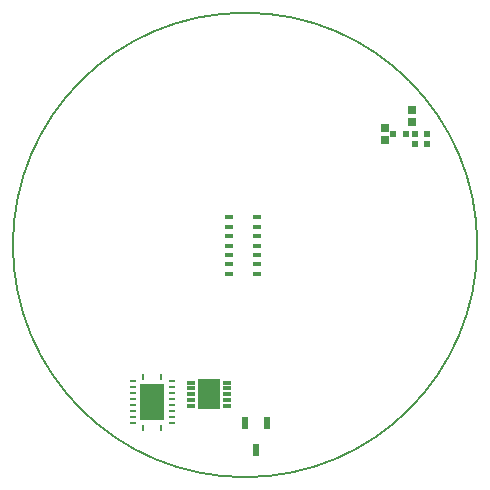
<source format=gbp>
G04*
G04 #@! TF.GenerationSoftware,Altium Limited,Altium Designer,22.6.1 (34)*
G04*
G04 Layer_Color=128*
%FSLAX44Y44*%
%MOMM*%
G71*
G04*
G04 #@! TF.SameCoordinates,74DF644D-C5CC-47E8-8FD8-F3D1935BC2B4*
G04*
G04*
G04 #@! TF.FilePolarity,Positive*
G04*
G01*
G75*
%ADD12C,0.2000*%
%ADD87R,0.6500X0.6500*%
%ADD88R,0.6000X0.6000*%
%ADD89R,0.7500X0.3500*%
%ADD90R,0.6000X1.0500*%
%ADD91R,0.7500X0.3000*%
%ADD92R,1.9000X2.6000*%
%ADD93R,2.0500X3.0500*%
%ADD94R,0.2400X0.6000*%
%ADD95R,0.6000X0.2400*%
D12*
X903478Y560832D02*
G03*
X903478Y560832I-196596J0D01*
G01*
D87*
X825246Y659812D02*
D03*
Y649812D02*
D03*
X847852Y664798D02*
D03*
Y674798D02*
D03*
D88*
X861230Y646176D02*
D03*
X850730D02*
D03*
X832442Y655066D02*
D03*
X842942D02*
D03*
X860976D02*
D03*
X850476D02*
D03*
D89*
X693104Y584324D02*
D03*
Y576324D02*
D03*
Y568324D02*
D03*
Y560324D02*
D03*
Y552324D02*
D03*
Y544324D02*
D03*
Y536324D02*
D03*
X717104D02*
D03*
Y544324D02*
D03*
Y552324D02*
D03*
Y560324D02*
D03*
Y568324D02*
D03*
Y576324D02*
D03*
Y584324D02*
D03*
D90*
X716280Y387280D02*
D03*
X725780Y410280D02*
D03*
X706780D02*
D03*
D91*
X691402Y444340D02*
D03*
Y439340D02*
D03*
Y434340D02*
D03*
Y429340D02*
D03*
Y424340D02*
D03*
X661402D02*
D03*
Y429340D02*
D03*
Y434340D02*
D03*
Y439340D02*
D03*
Y444340D02*
D03*
D92*
X676402Y434340D02*
D03*
D93*
X628396Y427736D02*
D03*
D94*
X620896Y449236D02*
D03*
Y406236D02*
D03*
X635896D02*
D03*
Y449236D02*
D03*
D95*
X611896Y445236D02*
D03*
Y440236D02*
D03*
Y435236D02*
D03*
Y430236D02*
D03*
Y425236D02*
D03*
Y420236D02*
D03*
Y415236D02*
D03*
Y410236D02*
D03*
X644896D02*
D03*
Y415236D02*
D03*
Y420236D02*
D03*
Y425236D02*
D03*
Y430236D02*
D03*
Y435236D02*
D03*
Y440236D02*
D03*
Y445236D02*
D03*
M02*

</source>
